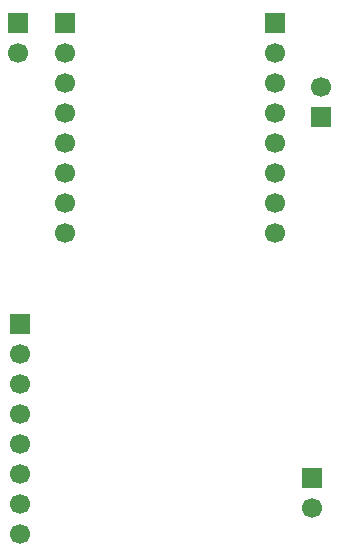
<source format=gbr>
%TF.GenerationSoftware,KiCad,Pcbnew,9.0.4*%
%TF.CreationDate,2025-09-14T15:21:27+10:00*%
%TF.ProjectId,opensenceesp32,6f70656e-7365-46e6-9365-65737033322e,rev?*%
%TF.SameCoordinates,Original*%
%TF.FileFunction,Soldermask,Bot*%
%TF.FilePolarity,Negative*%
%FSLAX46Y46*%
G04 Gerber Fmt 4.6, Leading zero omitted, Abs format (unit mm)*
G04 Created by KiCad (PCBNEW 9.0.4) date 2025-09-14 15:21:27*
%MOMM*%
%LPD*%
G01*
G04 APERTURE LIST*
%ADD10C,1.700000*%
%ADD11R,1.700000X1.700000*%
G04 APERTURE END LIST*
D10*
%TO.C,U4*%
X239420400Y-81889600D03*
X239420400Y-79349600D03*
X239420400Y-76809600D03*
X239420400Y-74269600D03*
X239420400Y-71729600D03*
X239420400Y-69189600D03*
X239420400Y-66649600D03*
D11*
X239420400Y-64109600D03*
X221640400Y-64109600D03*
D10*
X221640400Y-66649600D03*
X221640400Y-69189600D03*
X221640400Y-71729600D03*
X221640400Y-74269600D03*
X221640400Y-76809600D03*
X221640400Y-79349600D03*
X221640400Y-81889600D03*
%TD*%
D11*
%TO.C,J2*%
X242570000Y-102616000D03*
D10*
X242570000Y-105156000D03*
%TD*%
D11*
%TO.C,SW1*%
X217652000Y-64084200D03*
D10*
X217652000Y-66624200D03*
%TD*%
D11*
%TO.C,J1*%
X217805000Y-89535000D03*
D10*
X217805000Y-92075000D03*
X217805000Y-94615000D03*
X217805000Y-97155000D03*
X217805000Y-99695000D03*
X217805000Y-102235000D03*
X217805000Y-104775000D03*
X217805000Y-107315000D03*
%TD*%
D11*
%TO.C,SW2*%
X243256200Y-72014400D03*
D10*
X243256200Y-69474400D03*
%TD*%
M02*

</source>
